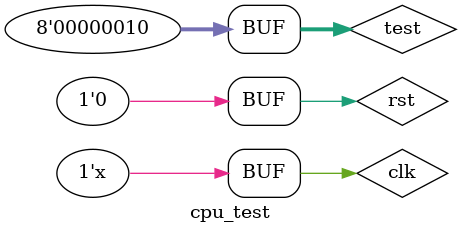
<source format=v>
`timescale 1ns / 1ps


module cpu_test();
    reg clk;
    reg rst;
	/*wire run;
	wire [31:0]addr;
	wire [31:0]pc;
    wire [31:0]mem_data;
    wire [31:0]reg_data;*/




wire PCWriteCond;
wire PCWrite;
wire lorD;
wire MemRead;
wire MemWrite;
wire MemtoReg;
wire IRWrite;
wire [1:0]PcSource;
wire [2:0]ALUOp;
wire [1:0]ALUSrcB;
wire ALUSrcA;
wire RegWrite;
wire RegDst;


wire pcctrl;
wire [7:0]a;
wire [5:0]i31_26;
wire [31:0]memdata;

wire [31:0]memdata1;/*
always@*
if(MemRead)
    memdata<=memdata1;
    else memdata<=memdata;*/
assign memdata=(MemRead)?memdata1:memdata;

wire [31:0]pc_out;
wire [31:0]pc_in;
wire [31:0]address;
wire [31:0]wd;
wire [4:0]wa;
wire [31:0]A_in;
wire [31:0]B_in;
wire [31:0]A_out;
wire [31:0]B_out;
wire [25:0]i25_0;
wire [4:0]i25_21;
wire [4:0]i20_16;
wire [15:0]i15_0;
wire [4:0]i15_11;
wire [5:0]i5_0;
wire [31:0]se_out;
wire [31:0]sl0_out;
wire [27:0]sl1_out;
wire [31:0]j_addr;
wire [31:0]alu_a;
wire [31:0]alu_b;
wire zero;
wire zero1;
wire [31:0]ALUOut_in;
wire [31:0]ALUOut_out;
wire [3:0]ALUcontrol;
//wire [31:0]memdata_in;
wire [31:0]memdata_out;
wire [7:0]test;
assign test=8'b00000010;
wire [31:0]testout;
assign pcctrl=PCWrite||(PCWriteCond&&zero1);
assign zero1=(i31_26[0])?(~zero):zero;
assign a=address[9:2];
assign i25_0={i25_21,i20_16,i15_0};
assign i15_11=i15_0[15:11];
assign i5_0=i15_0[5:0];
assign j_addr={pc_out[31:28],sl1_out};
dist_mem_gen_0 Mem(
	.a(a),
	.d(B_out),
	.dpra(test),
	.clk(clk),
	.we(MemWrite),
	.spo(memdata1),
	.dpo(testout)
);
PC PC(
	.clk(clk),
	.rst(rst),
	.we(pcctrl),
	.pc_in(pc_in),
	.pc_out(pc_out)
);

IF IF(  
	.clk(clk),
	.rst(rst),
	.IRWrite(IRWrite),
	.memdata(memdata),
	.i31_26(i31_26),
	.i25_21(i25_21),
	.i20_16(i20_16),
	.i15_0(i15_0)
	);

MDR MDR(              
		.clk(clk),
		.rst(rst),
		.memdata(memdata),
		.out(memdata_out)
	);
Mux_1 Mux1(
		.clk(clk),
		.lorD(lorD),
		.in0(pc_out),//pc_out ,
		.in1(ALUOut_out),//alu_out,
		.out(address)//address
	);

Mux_2 Mux2(
		.clk(clk),
		.RegDst(RegDst),
		.in0(i20_16),//i20_16,
		.in1(i15_11),//i15_11,
		.out(wa)
	);

Mux_3 Mux3(
		.clk(clk),
		.MemtoReg(MemtoReg),
		.in0(ALUOut_out),//alu_out,
		.in1(memdata_out),//memdata,
		.out(wd)//mux_out
	);
Mux_4 Mux4(
		.clk(clk),
		.ALUSrcA(ALUSrcA),
		.in0(pc_out),//PC
		.in1(A_out),//A
		.out(alu_a)
	);

Mux_5 Mux5(
		.clk(clk),
		.ALUSrcB(ALUSrcB),
		.in0(B_out),//B
		.in2(se_out),
		.in3(sl0_out), 
		.out(alu_b)
	);

Mux_6 Mux6(
	    .clk(clk),
	    .rst(rst),
		.PcSource(PcSource),
		.in0(ALUOut_in),//ALUresult
		.in1(ALUOut_out),//ALUout
		.in2(j_addr), //j_addr[31:0]
		.out(pc_in)//PC_in
	);
Regfile RF( 
		.clk(clk), 
		.rst(rst), 
		.we(RegWrite),
		.ra0(i25_21),
		.ra1(i20_16),
		.ra2(),
		.wa(wa),
		.wd(wd),
		.rd0(A_in),
		.rd1(B_in),
		.rd2()
	);

SE SE(       //sign extend
		.i15_0(i15_0),
		.out(se_out)
	);
SL_1 SL0(   //shift left 2 32:32
		.in(se_out),
		.out(sl0_out)
	);


SL_2 SL1(   //shift left 2 26:28
		.in(i25_0),
		.out(sl1_out)
	);

ALU ALU(
		.rst(rst),
		.ALUcontrol(ALUcontrol),
		.alu_a(alu_a),
		.alu_b(alu_b),
		.zero(zero),
		.alu_out(ALUOut_in)
	);
ALU_ctrl ALUctrl(
		.clk(clk),
		.i5_0(i5_0),
		.ALUOp(ALUOp),
		.out(ALUcontrol)
	);
CU CU(//control unit
		.clk(clk),
		.rst(rst),
		.op(i31_26),
		.PCWriteCond(PCWriteCond),
		.PCWrite(PCWrite),
		.lorD(lorD),
		.MemRead(MemRead),
		.MemWrite(MemWrite),
		.MemtoReg(MemtoReg),
		.IRWrite(IRWrite),
		.PcSource(PcSource),
		.ALUOp(ALUOp),
		.ALUSrcB(ALUSrcB),
		.ALUSrcA(ALUSrcA),
		.RegWrite(RegWrite),
		.RegDst(RegDst)
	);
reg_self A(
	.in(A_in),
	.clk(clk),
	.out(A_out)
);	
reg_self B(
	.in(B_in),
	.clk(clk),
	.out(B_out)
);
reg_self ALUOut(
	.in(ALUOut_in),
	.clk(clk),
	.out(ALUOut_out)
);	
initial clk=0;
initial rst=1;
always #5 clk=~clk;
initial 
begin
#30 rst=0;
end
endmodule

</source>
